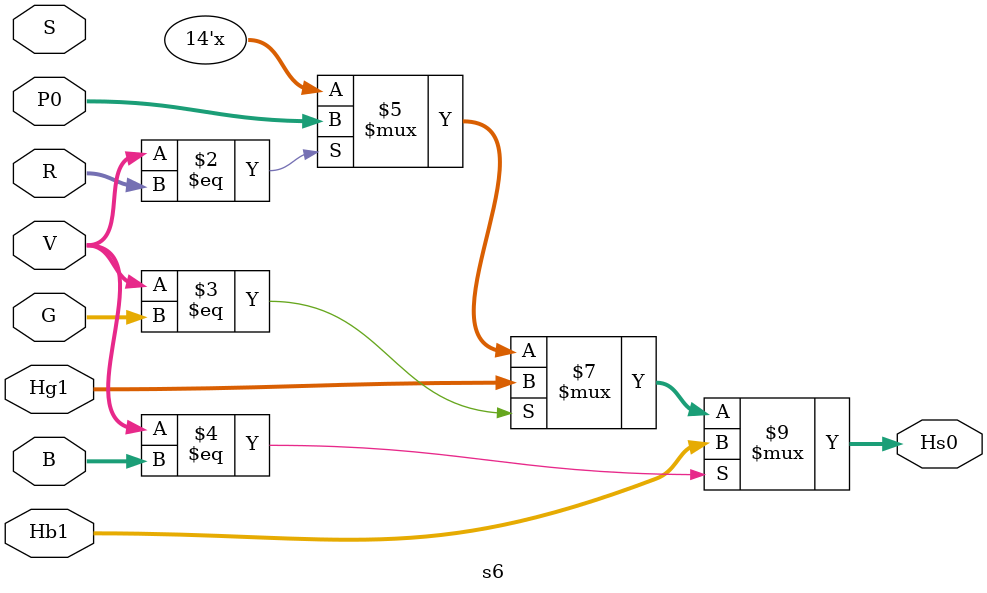
<source format=v>
module s6(
   input [13:0] R,G,B,P0,Hg1,Hb1,S,V,
   output reg [13:0] Hs0
    
);

always @(R,G,B,P0,Hg1,Hb1,S,V) begin
    if (V == R) 
        Hs0 <= P0;
    if (V == G)
        Hs0 <= Hg1;
    if (V == B)
        Hs0 <= Hb1;  
end
endmodule
</source>
